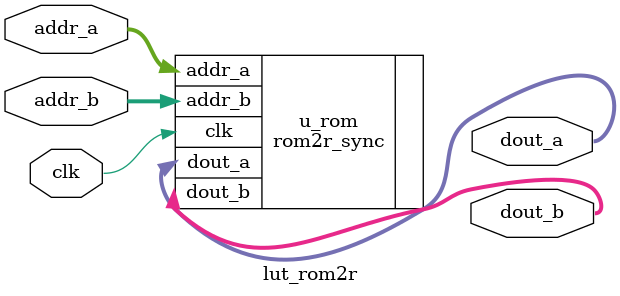
<source format=v>
`timescale 1ns/1ps
module lut_rom2r #(
    parameter integer LUT_DEPTH  = 4096,
    parameter        INIT_FILE   = "lut_q31_origin.mem",
    parameter integer DATA_WIDTH = 32
)(
    input  wire                          clk,
    input  wire [ADDR_W-1:0]             addr_a,
    output wire [DATA_WIDTH-1:0]         dout_a,
    input  wire [ADDR_W-1:0]             addr_b,
    output wire [DATA_WIDTH-1:0]         dout_b
);
    // Compute address width from LUT_DEPTH (Verilog-2001-safe CLOG2)
    function integer CLOG2;
        input integer value;
        integer v, i;
    begin
        v = (value > 0) ? value - 1 : 0;
        i = 0;
        while (v > 0) begin
            v = v >> 1;
            i = i + 1;
        end
        CLOG2 = i;
    end
    endfunction

    localparam integer ADDR_W = CLOG2(LUT_DEPTH);

    // Tie-off localparam to port param
    // Note: some tools require a localparam visible before port decl; hence two-step
    // Re-declare ADDR_W for port use via localparam above
    // Synthesis treats this as wiring, not extra logic.

    // Instantiate the generic ROM
    rom2r_sync #(
        .DATA_WIDTH (DATA_WIDTH),
        .ADDR_WIDTH (ADDR_W),
        .ROM_DEPTH  (LUT_DEPTH),
        .INIT_FILE  (INIT_FILE)
    ) u_rom (
        .clk    (clk),
        .addr_a (addr_a),
        .dout_a (dout_a),
        .addr_b (addr_b),
        .dout_b (dout_b)
    );

endmodule
</source>
